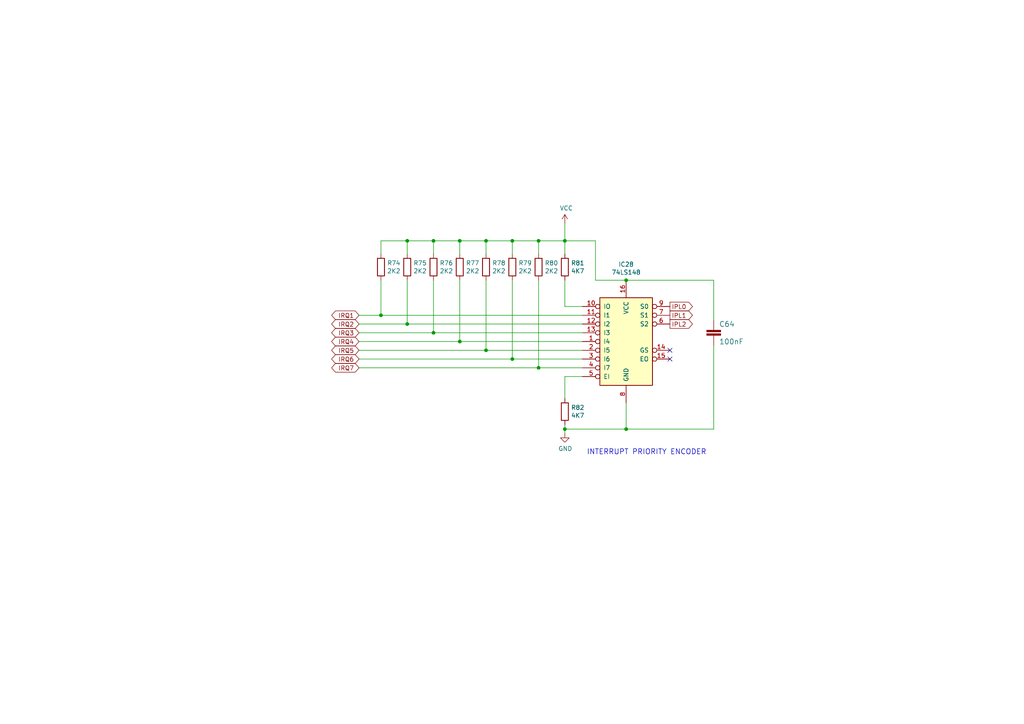
<source format=kicad_sch>
(kicad_sch (version 20211123) (generator eeschema)
  (paper "A4")
  (title_block (title "rosco_m68k Pro (030) Prototype") (date "2023-11-11") (rev "p5") (company "The Really Old-School Company Limited") (comment 1 "Copyright ©2021-2023 The Really Old-School Company Limited") (comment 2 "Open Source Hardware (CERN OHL)") (comment 3 "Prototype Hardware! Not suitable for general use!"))
  (lib_symbols
    (symbol "74xx:74LS148" (pin_names (offset 1.016))
      (property "Reference" "U" (at -7.62 13.97 0))
      (property "Value" "74LS148" (at -7.62 -13.97 0))
      (symbol "74LS148_1_0"
        (pin input inverted (at -12.7 0 0) (length 5.08) (name "I4") (number "1"))
        (pin input inverted (at -12.7 10.16 0) (length 5.08) (name "IO") (number "10"))
        (pin input inverted (at -12.7 7.62 0) (length 5.08) (name "I1") (number "11"))
        (pin input inverted (at -12.7 5.08 0) (length 5.08) (name "I2") (number "12"))
        (pin input inverted (at -12.7 2.54 0) (length 5.08) (name "I3") (number "13"))
        (pin output inverted (at 12.7 -2.54 180) (length 5.08) (name "GS") (number "14"))
        (pin output inverted (at 12.7 -5.08 180) (length 5.08) (name "EO") (number "15"))
        (pin power_in line (at 0 17.78 270) (length 5.08) (name "VCC") (number "16"))
        (pin input inverted (at -12.7 -2.54 0) (length 5.08) (name "I5") (number "2"))
        (pin input inverted (at -12.7 -5.08 0) (length 5.08) (name "I6") (number "3"))
        (pin input inverted (at -12.7 -7.62 0) (length 5.08) (name "I7") (number "4"))
        (pin input inverted (at -12.7 -10.16 0) (length 5.08) (name "EI") (number "5"))
        (pin output inverted (at 12.7 5.08 180) (length 5.08) (name "S2") (number "6"))
        (pin output inverted (at 12.7 7.62 180) (length 5.08) (name "S1") (number "7"))
        (pin power_in line (at 0 -17.78 90) (length 5.08) (name "GND") (number "8"))
        (pin output inverted (at 12.7 10.16 180) (length 5.08) (name "S0") (number "9"))
      )
      (symbol "74LS148_1_1"
        (rectangle (start -7.62 12.7) (end 7.62 -12.7) (stroke (width 0.254)) (fill (type background)))
      )
    )
    (symbol "Device:R" (pin_numbers hide) (pin_names (offset 0))
      (property "Reference" "R" (at 2.032 0 90))
      (property "Value" "R" (at 0 0 90))
      (symbol "R_0_1"
        (rectangle (start -1.016 -2.54) (end 1.016 2.54) (stroke (width 0.254)))
      )
      (symbol "R_1_1"
        (pin passive line (at 0 3.81 270) (length 1.27) (name "~") (number "1"))
        (pin passive line (at 0 -3.81 90) (length 1.27) (name "~") (number "2"))
      )
    )
    (symbol "power:GND" (power) (pin_names (offset 0))
      (property "Value" "GND" (at 0 -3.81 0))
      (symbol "GND_0_1"
        (polyline (pts (xy 0 0) (xy 0 -1.27) (xy 1.27 -1.27) (xy 0 -2.54) (xy -1.27 -1.27) (xy 0 -1.27)))
      )
      (symbol "GND_1_1"
        (pin power_in line (at 0 0 270) (length 0) hide (name "GND") (number "1"))
      )
    )
    (symbol "power:VCC" (power) (pin_names (offset 0))
      (property "Value" "VCC" (at 0 3.81 0))
      (symbol "VCC_0_1"
        (polyline (pts (xy -0.762 1.27) (xy 0 2.54)))
        (polyline (pts (xy 0 0) (xy 0 2.54)))
        (polyline (pts (xy 0 2.54) (xy 0.762 1.27)))
      )
      (symbol "VCC_1_1"
        (pin power_in line (at 0 0 90) (length 0) hide (name "VCC") (number "1"))
      )
    )
    (symbol "rosco_m68k-eagle-import:C2,5-3" (pin_names (offset 1.016))
      (property "Reference" "C" (at 1.524 0.381 0))
      (property "Value" "C2,5-3" (at 1.524 -4.699 0))
      (symbol "C2,5-3_1_0"
        (rectangle (start -2.032 -2.032) (end 2.032 -1.524) (fill (type outline)))
        (rectangle (start -2.032 -1.016) (end 2.032 -0.508) (fill (type outline)))
        (polyline (pts (xy 0 -2.54) (xy 0 -2.032)))
        (polyline (pts (xy 0 0) (xy 0 -0.508)))
        (pin passive line (at 0 2.54 270) (length 2.54) (name "1") (number "1"))
        (pin passive line (at 0 -5.08 90) (length 2.54) (name "2") (number "2"))
      )
    )
  )
  (junction (at 163.83 69.85))
  (junction (at 148.59 69.85))
  (junction (at 181.61 81.28))
  (junction (at 125.73 69.85))
  (junction (at 156.21 69.85))
  (junction (at 140.97 101.6))
  (junction (at 140.97 69.85))
  (junction (at 118.11 93.98))
  (junction (at 148.59 104.14))
  (junction (at 133.35 69.85))
  (junction (at 133.35 99.06))
  (junction (at 118.11 69.85))
  (junction (at 163.83 124.46))
  (junction (at 156.21 106.68))
  (junction (at 125.73 96.52))
  (junction (at 181.61 124.46))
  (junction (at 110.49 91.44))
  (no_connect (at 194.31 101.6))
  (no_connect (at 194.31 104.14))
  (wire (pts (xy 104.14 106.68) (xy 156.21 106.68)))
  (wire (pts (xy 172.72 69.85) (xy 163.83 69.85)))
  (wire (pts (xy 168.91 99.06) (xy 133.35 99.06)))
  (wire (pts (xy 133.35 73.66) (xy 133.35 69.85)))
  (wire (pts (xy 110.49 91.44) (xy 168.91 91.44)))
  (wire (pts (xy 148.59 73.66) (xy 148.59 69.85)))
  (wire (pts (xy 163.83 69.85) (xy 163.83 64.77)))
  (wire (pts (xy 156.21 106.68) (xy 168.91 106.68)))
  (wire (pts (xy 163.83 81.28) (xy 163.83 88.9)))
  (wire (pts (xy 118.11 81.28) (xy 118.11 93.98)))
  (wire (pts (xy 104.14 101.6) (xy 140.97 101.6)))
  (wire (pts (xy 181.61 124.46) (xy 207.01 124.46)))
  (wire (pts (xy 163.83 69.85) (xy 156.21 69.85)))
  (wire (pts (xy 163.83 109.22) (xy 168.91 109.22)))
  (wire (pts (xy 148.59 69.85) (xy 140.97 69.85)))
  (wire (pts (xy 148.59 81.28) (xy 148.59 104.14)))
  (wire (pts (xy 156.21 69.85) (xy 156.21 73.66)))
  (wire (pts (xy 118.11 69.85) (xy 110.49 69.85)))
  (wire (pts (xy 207.01 92.71) (xy 207.01 81.28)))
  (wire (pts (xy 110.49 69.85) (xy 110.49 73.66)))
  (wire (pts (xy 125.73 73.66) (xy 125.73 69.85)))
  (wire (pts (xy 104.14 96.52) (xy 125.73 96.52)))
  (wire (pts (xy 104.14 91.44) (xy 110.49 91.44)))
  (wire (pts (xy 163.83 115.57) (xy 163.83 109.22)))
  (wire (pts (xy 133.35 99.06) (xy 104.14 99.06)))
  (wire (pts (xy 133.35 81.28) (xy 133.35 99.06)))
  (wire (pts (xy 163.83 124.46) (xy 181.61 124.46)))
  (wire (pts (xy 125.73 96.52) (xy 168.91 96.52)))
  (wire (pts (xy 163.83 124.46) (xy 163.83 125.73)))
  (wire (pts (xy 140.97 101.6) (xy 168.91 101.6)))
  (wire (pts (xy 118.11 73.66) (xy 118.11 69.85)))
  (wire (pts (xy 133.35 69.85) (xy 125.73 69.85)))
  (wire (pts (xy 168.91 93.98) (xy 118.11 93.98)))
  (wire (pts (xy 140.97 73.66) (xy 140.97 69.85)))
  (wire (pts (xy 156.21 69.85) (xy 148.59 69.85)))
  (wire (pts (xy 181.61 81.28) (xy 172.72 81.28)))
  (wire (pts (xy 118.11 93.98) (xy 104.14 93.98)))
  (wire (pts (xy 140.97 81.28) (xy 140.97 101.6)))
  (wire (pts (xy 172.72 81.28) (xy 172.72 69.85)))
  (wire (pts (xy 140.97 69.85) (xy 133.35 69.85)))
  (wire (pts (xy 125.73 69.85) (xy 118.11 69.85)))
  (wire (pts (xy 110.49 81.28) (xy 110.49 91.44)))
  (wire (pts (xy 148.59 104.14) (xy 104.14 104.14)))
  (wire (pts (xy 207.01 81.28) (xy 181.61 81.28)))
  (wire (pts (xy 125.73 81.28) (xy 125.73 96.52)))
  (wire (pts (xy 163.83 69.85) (xy 163.83 73.66)))
  (wire (pts (xy 156.21 81.28) (xy 156.21 106.68)))
  (wire (pts (xy 181.61 124.46) (xy 181.61 116.84)))
  (wire (pts (xy 168.91 104.14) (xy 148.59 104.14)))
  (wire (pts (xy 163.83 88.9) (xy 168.91 88.9)))
  (wire (pts (xy 163.83 123.19) (xy 163.83 124.46)))
  (wire (pts (xy 207.01 124.46) (xy 207.01 100.33)))
  (text "INTERRUPT PRIORITY ENCODER" (at 170.18 132.08 0) (effects (font (size 1.4986 1.4986)) (justify left bottom)))
  (global_label "IRQ6" (shape tri_state) (at 104.14 104.14 180) (property "Intersheet References" "${INTERSHEET_REFS}" (effects hide)))
  (global_label "IRQ7" (shape tri_state) (at 104.14 106.68 180) (property "Intersheet References" "${INTERSHEET_REFS}" (effects hide)))
  (global_label "IRQ3" (shape tri_state) (at 104.14 96.52 180) (property "Intersheet References" "${INTERSHEET_REFS}" (effects hide)))
  (global_label "IRQ2" (shape tri_state) (at 104.14 93.98 180) (property "Intersheet References" "${INTERSHEET_REFS}" (effects hide)))
  (global_label "IPL1" (shape output) (at 194.31 91.44 0) (property "Intersheet References" "${INTERSHEET_REFS}" (effects hide)))
  (global_label "IRQ5" (shape tri_state) (at 104.14 101.6 180) (property "Intersheet References" "${INTERSHEET_REFS}" (effects hide)))
  (global_label "IRQ1" (shape tri_state) (at 104.14 91.44 180) (property "Intersheet References" "${INTERSHEET_REFS}" (effects hide)))
  (global_label "IRQ4" (shape tri_state) (at 104.14 99.06 180) (property "Intersheet References" "${INTERSHEET_REFS}" (effects hide)))
  (global_label "IPL0" (shape output) (at 194.31 88.9 0) (property "Intersheet References" "${INTERSHEET_REFS}" (effects hide)))
  (global_label "IPL2" (shape output) (at 194.31 93.98 0) (property "Intersheet References" "${INTERSHEET_REFS}" (effects hide)))
  (symbol (lib_id "rosco_m68k-eagle-import:C2,5-3") (at 207.01 95.25 0) (unit 1)
    (property "Reference" "C64" (at 208.534 94.869 0) (effects (font (size 1.4986 1.4986)) (justify left bottom)))
    (property "Value" "100nF" (at 208.534 99.949 0) (effects (font (size 1.4986 1.4986)) (justify left bottom)))
    (property "Footprint" "Capacitor_THT:C_Rect_L4.0mm_W2.5mm_P2.50mm" (effects hide))
  )
  (symbol (lib_id "power:GND") (at 163.83 125.73 0) (unit 1)
    (property "Reference" "#PWR050" (effects hide))
    (property "Value" "GND" (at 163.957 130.1242 0))
  )
  (symbol (lib_id "power:VCC") (at 163.83 64.77 0) (unit 1)
    (property "Reference" "#PWR049" (effects hide))
    (property "Value" "VCC" (at 164.2618 60.3758 0))
  )
  (symbol (lib_id "Device:R") (at 163.83 77.47 0) (unit 1)
    (property "Reference" "R81" (at 165.608 76.3016 0) (effects (justify left)))
    (property "Value" "4K7" (at 165.608 78.613 0) (effects (justify left)))
    (property "Footprint" "rosco_m68k:R-0207_10" (effects hide))
  )
  (symbol (lib_id "Device:R") (at 163.83 119.38 0) (unit 1)
    (property "Reference" "R82" (at 165.608 118.2116 0) (effects (justify left)))
    (property "Value" "4K7" (at 165.608 120.523 0) (effects (justify left)))
    (property "Footprint" "rosco_m68k:R-0207_10" (effects hide))
  )
  (symbol (lib_id "74xx:74LS148") (at 181.61 99.06 0) (unit 1)
    (property "Reference" "IC28" (at 181.61 76.6826 0))
    (property "Value" "74LS148" (at 181.61 78.994 0))
    (property "Footprint" "Package_DIP:DIP-16_W7.62mm_Socket_LongPads" (effects hide))
    (property "Datasheet" "http://www.ti.com/lit/gpn/sn74LS148" (effects hide))
  )
  (symbol (lib_id "Device:R") (at 156.21 77.47 0) (unit 1)
    (property "Reference" "R80" (at 157.988 76.3016 0) (effects (justify left)))
    (property "Value" "2K2" (at 157.988 78.613 0) (effects (justify left)))
    (property "Footprint" "rosco_m68k:R-0207_10" (effects hide))
  )
  (symbol (lib_id "Device:R") (at 148.59 77.47 0) (unit 1)
    (property "Reference" "R79" (at 150.368 76.3016 0) (effects (justify left)))
    (property "Value" "2K2" (at 150.368 78.613 0) (effects (justify left)))
    (property "Footprint" "rosco_m68k:R-0207_10" (effects hide))
  )
  (symbol (lib_id "Device:R") (at 140.97 77.47 0) (unit 1)
    (property "Reference" "R78" (at 142.748 76.3016 0) (effects (justify left)))
    (property "Value" "2K2" (at 142.748 78.613 0) (effects (justify left)))
    (property "Footprint" "rosco_m68k:R-0207_10" (effects hide))
  )
  (symbol (lib_id "Device:R") (at 133.35 77.47 0) (unit 1)
    (property "Reference" "R77" (at 135.128 76.3016 0) (effects (justify left)))
    (property "Value" "2K2" (at 135.128 78.613 0) (effects (justify left)))
    (property "Footprint" "rosco_m68k:R-0207_10" (effects hide))
  )
  (symbol (lib_id "Device:R") (at 125.73 77.47 0) (unit 1)
    (property "Reference" "R76" (at 127.508 76.3016 0) (effects (justify left)))
    (property "Value" "2K2" (at 127.508 78.613 0) (effects (justify left)))
    (property "Footprint" "rosco_m68k:R-0207_10" (effects hide))
  )
  (symbol (lib_id "Device:R") (at 118.11 77.47 0) (unit 1)
    (property "Reference" "R75" (at 119.888 76.3016 0) (effects (justify left)))
    (property "Value" "2K2" (at 119.888 78.613 0) (effects (justify left)))
    (property "Footprint" "rosco_m68k:R-0207_10" (effects hide))
  )
  (symbol (lib_id "Device:R") (at 110.49 77.47 0) (unit 1)
    (property "Reference" "R74" (at 112.268 76.3016 0) (effects (justify left)))
    (property "Value" "2K2" (at 112.268 78.613 0) (effects (justify left)))
    (property "Footprint" "rosco_m68k:R-0207_10" (effects hide))
  )
)
</source>
